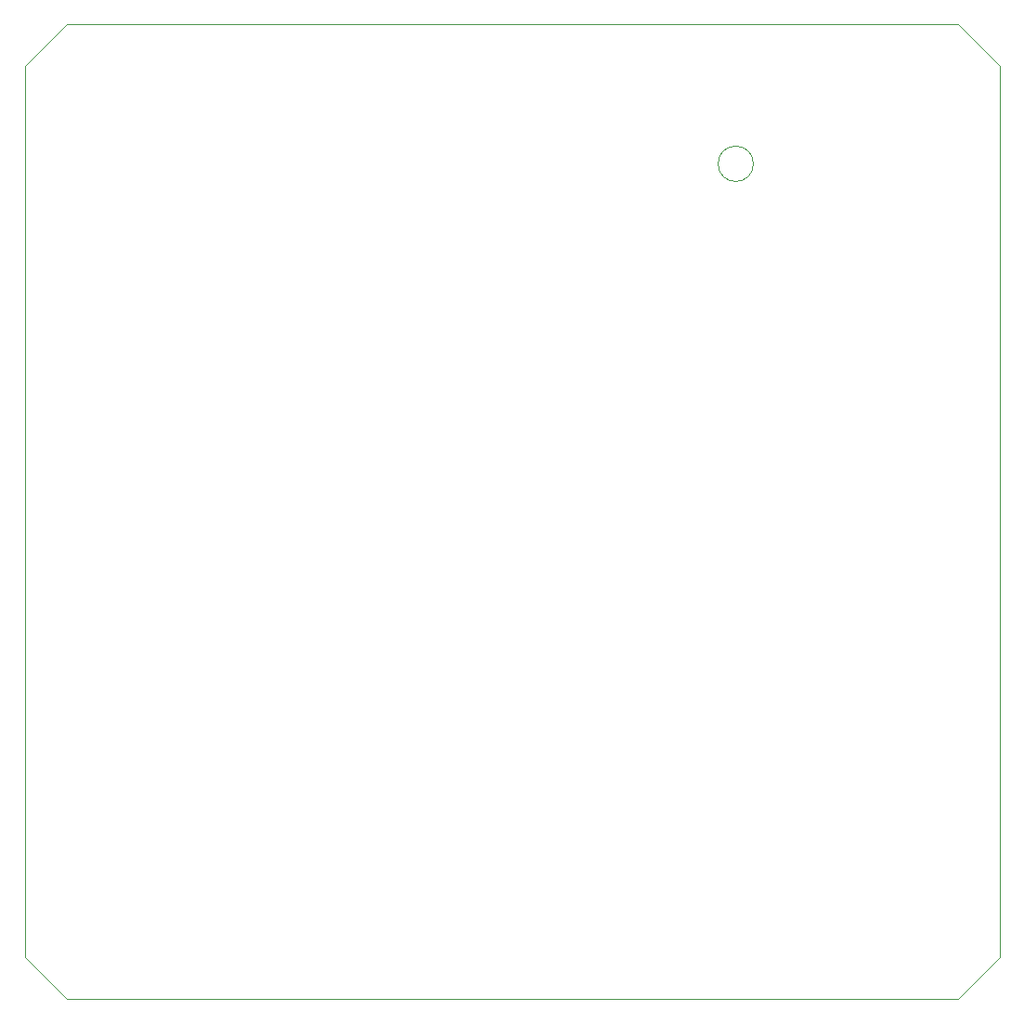
<source format=gbr>
%TF.GenerationSoftware,KiCad,Pcbnew,(5.1.10)-1*%
%TF.CreationDate,2021-12-09T15:29:57+01:00*%
%TF.ProjectId,flight controller,666c6967-6874-4206-936f-6e74726f6c6c,rev?*%
%TF.SameCoordinates,Original*%
%TF.FileFunction,Profile,NP*%
%FSLAX46Y46*%
G04 Gerber Fmt 4.6, Leading zero omitted, Abs format (unit mm)*
G04 Created by KiCad (PCBNEW (5.1.10)-1) date 2021-12-09 15:29:57*
%MOMM*%
%LPD*%
G01*
G04 APERTURE LIST*
%TA.AperFunction,Profile*%
%ADD10C,0.050000*%
%TD*%
G04 APERTURE END LIST*
D10*
X110490000Y-57150000D02*
X106680000Y-60960000D01*
X195580000Y-60960000D02*
X191770000Y-57150000D01*
X195580000Y-142240000D02*
X191770000Y-146050000D01*
X110490000Y-146050000D02*
X106680000Y-142240000D01*
X191770000Y-146050000D02*
X110490000Y-146050000D01*
X191770000Y-57150000D02*
X110490000Y-57150000D01*
X173138874Y-69850000D02*
G75*
G03*
X173138874Y-69850000I-1606437J0D01*
G01*
X195580000Y-60960000D02*
X195580000Y-142240000D01*
X106680000Y-60960000D02*
X106680000Y-142240000D01*
M02*

</source>
